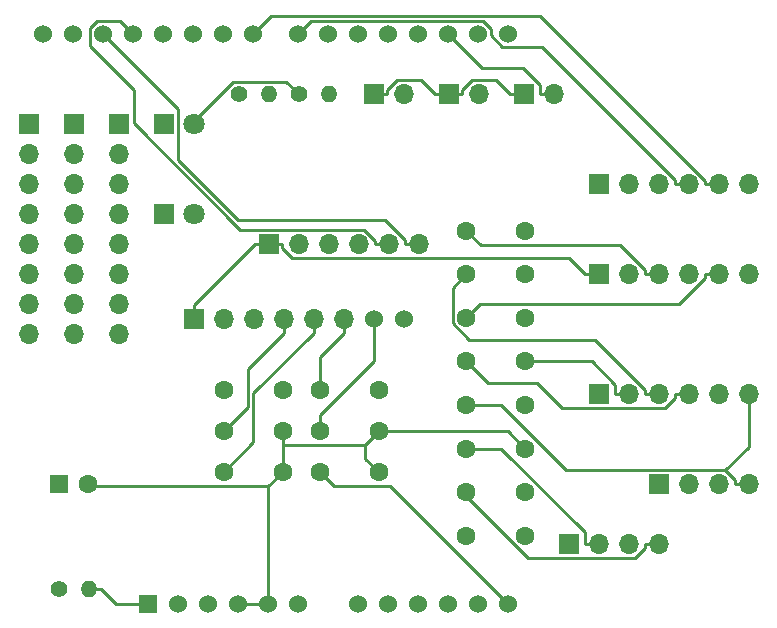
<source format=gbr>
G04 #@! TF.GenerationSoftware,KiCad,Pcbnew,(5.1.5-0-10_14)*
G04 #@! TF.CreationDate,2020-03-24T07:52:12+10:00*
G04 #@! TF.ProjectId,Arduino_NW_Template,41726475-696e-46f5-9f4e-575f54656d70,rev?*
G04 #@! TF.SameCoordinates,Original*
G04 #@! TF.FileFunction,Copper,L1,Top*
G04 #@! TF.FilePolarity,Positive*
%FSLAX46Y46*%
G04 Gerber Fmt 4.6, Leading zero omitted, Abs format (unit mm)*
G04 Created by KiCad (PCBNEW (5.1.5-0-10_14)) date 2020-03-24 07:52:12*
%MOMM*%
%LPD*%
G04 APERTURE LIST*
%ADD10C,1.400000*%
%ADD11O,1.400000X1.400000*%
%ADD12R,1.700000X1.700000*%
%ADD13O,1.700000X1.700000*%
%ADD14C,1.524000*%
%ADD15C,1.800000*%
%ADD16R,1.800000X1.800000*%
%ADD17C,1.600000*%
%ADD18R,1.600000X1.600000*%
%ADD19R,1.524000X1.524000*%
%ADD20C,0.250000*%
G04 APERTURE END LIST*
D10*
X123810000Y-70866000D03*
D11*
X126350000Y-70866000D03*
D10*
X118730000Y-70866000D03*
D11*
X121270000Y-70866000D03*
D12*
X149210000Y-96266000D03*
D13*
X151750000Y-96266000D03*
X154290000Y-96266000D03*
X156830000Y-96266000D03*
X159370000Y-96266000D03*
X161910000Y-96266000D03*
D12*
X149210000Y-86106000D03*
D13*
X151750000Y-86106000D03*
X154290000Y-86106000D03*
X156830000Y-86106000D03*
X159370000Y-86106000D03*
X161910000Y-86106000D03*
X161910000Y-103886000D03*
X159370000Y-103886000D03*
X156830000Y-103886000D03*
D12*
X154290000Y-103886000D03*
D14*
X132700000Y-89916000D03*
X130160000Y-89916000D03*
D12*
X114920000Y-89916000D03*
D13*
X117460000Y-89916000D03*
X120000000Y-89916000D03*
X122540000Y-89916000D03*
X125080000Y-89916000D03*
X127620000Y-89916000D03*
X154290000Y-108966000D03*
X151750000Y-108966000D03*
X149210000Y-108966000D03*
D12*
X146670000Y-108966000D03*
D13*
X108570000Y-91186000D03*
X108570000Y-88646000D03*
X108570000Y-86106000D03*
X108570000Y-83566000D03*
X108570000Y-81026000D03*
X108570000Y-78486000D03*
X108570000Y-75946000D03*
D12*
X108570000Y-73406000D03*
D13*
X104760000Y-91186000D03*
X104760000Y-88646000D03*
X104760000Y-86106000D03*
X104760000Y-83566000D03*
X104760000Y-81026000D03*
X104760000Y-78486000D03*
X104760000Y-75946000D03*
D12*
X104760000Y-73406000D03*
D13*
X100950000Y-91186000D03*
X100950000Y-88646000D03*
X100950000Y-86106000D03*
X100950000Y-83566000D03*
X100950000Y-81026000D03*
X100950000Y-78486000D03*
X100950000Y-75946000D03*
D12*
X100950000Y-73406000D03*
X121270000Y-83566000D03*
D13*
X123810000Y-83566000D03*
X126350000Y-83566000D03*
X128890000Y-83566000D03*
X131430000Y-83566000D03*
X133970000Y-83566000D03*
X139050000Y-70866000D03*
D12*
X136510000Y-70866000D03*
D13*
X132700000Y-70866000D03*
D12*
X130160000Y-70866000D03*
D13*
X145400000Y-70866000D03*
D12*
X142860000Y-70866000D03*
D15*
X114920000Y-81026000D03*
D16*
X112380000Y-81026000D03*
D15*
X114920000Y-73406000D03*
D16*
X112380000Y-73406000D03*
D17*
X143020000Y-97188900D03*
X138020000Y-97188900D03*
X143020000Y-108246000D03*
X138020000Y-108246000D03*
X143020000Y-104560000D03*
X138020000Y-104560000D03*
X143020000Y-93503100D03*
X138020000Y-93503100D03*
X143020000Y-89817400D03*
X138020000Y-89817400D03*
X143020000Y-86131700D03*
X138020000Y-86131700D03*
X143020000Y-100875000D03*
X138020000Y-100875000D03*
X143020000Y-82446000D03*
X138020000Y-82446000D03*
X130610000Y-102856000D03*
X125610000Y-102856000D03*
X130610000Y-99406000D03*
X125610000Y-99406000D03*
X130610000Y-95956000D03*
X125610000Y-95956000D03*
X122460000Y-102856000D03*
X117460000Y-102856000D03*
X122460000Y-99406000D03*
X117460000Y-99406000D03*
X122460000Y-95956000D03*
X117460000Y-95956000D03*
D12*
X149210000Y-78486000D03*
D13*
X151750000Y-78486000D03*
X154290000Y-78486000D03*
X156830000Y-78486000D03*
X159370000Y-78486000D03*
X161910000Y-78486000D03*
D10*
X103490000Y-112776000D03*
D11*
X106030000Y-112776000D03*
D18*
X103490000Y-103886000D03*
D17*
X105990000Y-103886000D03*
D14*
X102177000Y-65782000D03*
X104717000Y-65782000D03*
X107257000Y-65782000D03*
X109797000Y-65782000D03*
X112337000Y-65782000D03*
X114877000Y-65782000D03*
X117417000Y-65782000D03*
X119957000Y-65782000D03*
X123767000Y-65782000D03*
X126307000Y-65782000D03*
X128847000Y-65782000D03*
X131387000Y-65782000D03*
X133927000Y-65782000D03*
X136467000Y-65782000D03*
X139007000Y-65782000D03*
X141547000Y-65782000D03*
X141547000Y-114042000D03*
X139007000Y-114042000D03*
X136467000Y-114042000D03*
X133927000Y-114042000D03*
X131387000Y-114042000D03*
X128847000Y-114042000D03*
X123767000Y-114042000D03*
X121227000Y-114042000D03*
X118687000Y-114042000D03*
X116147000Y-114042000D03*
X113607000Y-114042000D03*
D19*
X111067000Y-114042000D03*
D20*
X121227000Y-104089000D02*
X122460000Y-102856000D01*
X121227000Y-114042000D02*
X121227000Y-104089000D01*
X121227000Y-104089000D02*
X106193000Y-104089000D01*
X106193000Y-104089000D02*
X105990000Y-103886000D01*
X121227000Y-114042000D02*
X118687000Y-114042000D01*
X129478000Y-100538000D02*
X130610000Y-99406000D01*
X122460000Y-100538000D02*
X129478000Y-100538000D01*
X129478000Y-100538000D02*
X129478000Y-101724000D01*
X129478000Y-101724000D02*
X130610000Y-102856000D01*
X122460000Y-100538000D02*
X122460000Y-102856000D01*
X143020000Y-93503100D02*
X148619800Y-93503100D01*
X148619800Y-93503100D02*
X150574700Y-95458000D01*
X150574700Y-95458000D02*
X150574700Y-96266000D01*
X136510000Y-70866000D02*
X135334700Y-70866000D01*
X130160000Y-70866000D02*
X131335300Y-70866000D01*
X131335300Y-70866000D02*
X131335300Y-70498700D01*
X131335300Y-70498700D02*
X132143300Y-69690700D01*
X132143300Y-69690700D02*
X134159400Y-69690700D01*
X134159400Y-69690700D02*
X135334700Y-70866000D01*
X136510000Y-70866000D02*
X137685300Y-70866000D01*
X142860000Y-70866000D02*
X141684700Y-70866000D01*
X141684700Y-70866000D02*
X140509400Y-69690700D01*
X140509400Y-69690700D02*
X138493200Y-69690700D01*
X138493200Y-69690700D02*
X137685300Y-70498600D01*
X137685300Y-70498600D02*
X137685300Y-70866000D01*
X151750000Y-96266000D02*
X150574700Y-96266000D01*
X130610000Y-99406000D02*
X141551000Y-99406000D01*
X141551000Y-99406000D02*
X143020000Y-100875000D01*
X122460000Y-99406000D02*
X122460000Y-100538000D01*
X121270000Y-83566000D02*
X122445300Y-83566000D01*
X149210000Y-86106000D02*
X148034700Y-86106000D01*
X148034700Y-86106000D02*
X146670000Y-84741300D01*
X146670000Y-84741300D02*
X123253200Y-84741300D01*
X123253200Y-84741300D02*
X122445300Y-83933400D01*
X122445300Y-83933400D02*
X122445300Y-83566000D01*
X121270000Y-83566000D02*
X120094700Y-83566000D01*
X114920000Y-89916000D02*
X114920000Y-88740700D01*
X114920000Y-88740700D02*
X120094700Y-83566000D01*
X122540000Y-89916000D02*
X122540000Y-91091300D01*
X122540000Y-91091300D02*
X119509700Y-94121600D01*
X119509700Y-94121600D02*
X119509700Y-97356300D01*
X119509700Y-97356300D02*
X117460000Y-99406000D01*
X125080000Y-89916000D02*
X125080000Y-91091300D01*
X117460000Y-102856000D02*
X119960100Y-100355900D01*
X119960100Y-100355900D02*
X119960100Y-96211200D01*
X119960100Y-96211200D02*
X125080000Y-91091300D01*
X127620000Y-89916000D02*
X127620000Y-91091300D01*
X127620000Y-91091300D02*
X125610000Y-93101300D01*
X125610000Y-93101300D02*
X125610000Y-95956000D01*
X125610000Y-99406000D02*
X125610000Y-98016000D01*
X125610000Y-98016000D02*
X130160000Y-93466000D01*
X130160000Y-93466000D02*
X130160000Y-89916000D01*
X141547000Y-114042000D02*
X131592100Y-104087100D01*
X131592100Y-104087100D02*
X126841100Y-104087100D01*
X126841100Y-104087100D02*
X125610000Y-102856000D01*
X154290000Y-86106000D02*
X153114700Y-86106000D01*
X138020000Y-82446000D02*
X139234600Y-83660600D01*
X139234600Y-83660600D02*
X151036600Y-83660600D01*
X151036600Y-83660600D02*
X153114700Y-85738700D01*
X153114700Y-85738700D02*
X153114700Y-86106000D01*
X149210000Y-108966000D02*
X148034700Y-108966000D01*
X138020000Y-100875000D02*
X140972100Y-100875000D01*
X140972100Y-100875000D02*
X148034700Y-107937600D01*
X148034700Y-107937600D02*
X148034700Y-108966000D01*
X154290000Y-96266000D02*
X153114700Y-96266000D01*
X138020000Y-86131700D02*
X136864400Y-87287300D01*
X136864400Y-87287300D02*
X136864400Y-90255500D01*
X136864400Y-90255500D02*
X138269200Y-91660300D01*
X138269200Y-91660300D02*
X148876300Y-91660300D01*
X148876300Y-91660300D02*
X153114700Y-95898700D01*
X153114700Y-95898700D02*
X153114700Y-96266000D01*
X159370000Y-86106000D02*
X158194700Y-86106000D01*
X138020000Y-89817400D02*
X139211200Y-88626200D01*
X139211200Y-88626200D02*
X156041800Y-88626200D01*
X156041800Y-88626200D02*
X158194700Y-86473300D01*
X158194700Y-86473300D02*
X158194700Y-86106000D01*
X156830000Y-96266000D02*
X155654700Y-96266000D01*
X138020000Y-93503100D02*
X139862900Y-95346000D01*
X139862900Y-95346000D02*
X143994700Y-95346000D01*
X143994700Y-95346000D02*
X146090000Y-97441300D01*
X146090000Y-97441300D02*
X154846800Y-97441300D01*
X154846800Y-97441300D02*
X155654700Y-96633400D01*
X155654700Y-96633400D02*
X155654700Y-96266000D01*
X154290000Y-108966000D02*
X153114700Y-108966000D01*
X138020000Y-104560000D02*
X138020000Y-104914200D01*
X138020000Y-104914200D02*
X143247100Y-110141300D01*
X143247100Y-110141300D02*
X152306800Y-110141300D01*
X152306800Y-110141300D02*
X153114700Y-109333400D01*
X153114700Y-109333400D02*
X153114700Y-108966000D01*
X159926800Y-102710700D02*
X160734700Y-103518600D01*
X160734700Y-103518600D02*
X160734700Y-103886000D01*
X138020000Y-97188900D02*
X140925500Y-97188900D01*
X140925500Y-97188900D02*
X146447300Y-102710700D01*
X146447300Y-102710700D02*
X159926800Y-102710700D01*
X159926800Y-102710700D02*
X161910000Y-100727500D01*
X161910000Y-100727500D02*
X161910000Y-96266000D01*
X161910000Y-103886000D02*
X160734700Y-103886000D01*
X114920000Y-73406000D02*
X114920000Y-73186300D01*
X114920000Y-73186300D02*
X118273700Y-69832600D01*
X118273700Y-69832600D02*
X122776600Y-69832600D01*
X122776600Y-69832600D02*
X123810000Y-70866000D01*
X145400000Y-70866000D02*
X144224700Y-70866000D01*
X136467000Y-65782000D02*
X139354100Y-68669100D01*
X139354100Y-68669100D02*
X142835800Y-68669100D01*
X142835800Y-68669100D02*
X144224700Y-70058000D01*
X144224700Y-70058000D02*
X144224700Y-70866000D01*
X155654700Y-78486000D02*
X155654700Y-78118700D01*
X155654700Y-78118700D02*
X144405300Y-66869300D01*
X144405300Y-66869300D02*
X141068900Y-66869300D01*
X141068900Y-66869300D02*
X140094300Y-65894700D01*
X140094300Y-65894700D02*
X140094300Y-65331500D01*
X140094300Y-65331500D02*
X139457400Y-64694600D01*
X139457400Y-64694600D02*
X124854400Y-64694600D01*
X124854400Y-64694600D02*
X123767000Y-65782000D01*
X156830000Y-78486000D02*
X155654700Y-78486000D01*
X159370000Y-78486000D02*
X158194700Y-78486000D01*
X119957000Y-65782000D02*
X121497800Y-64241200D01*
X121497800Y-64241200D02*
X144247500Y-64241200D01*
X144247500Y-64241200D02*
X158194700Y-78188400D01*
X158194700Y-78188400D02*
X158194700Y-78486000D01*
X131430000Y-83566000D02*
X130254700Y-83566000D01*
X109797000Y-65782000D02*
X108707200Y-64692200D01*
X108707200Y-64692200D02*
X106772800Y-64692200D01*
X106772800Y-64692200D02*
X106162200Y-65302800D01*
X106162200Y-65302800D02*
X106162200Y-66826400D01*
X106162200Y-66826400D02*
X109835900Y-70500100D01*
X109835900Y-70500100D02*
X109835900Y-73311700D01*
X109835900Y-73311700D02*
X118874600Y-82350400D01*
X118874600Y-82350400D02*
X129336700Y-82350400D01*
X129336700Y-82350400D02*
X130254700Y-83268400D01*
X130254700Y-83268400D02*
X130254700Y-83566000D01*
X133970000Y-83566000D02*
X132794700Y-83566000D01*
X107257000Y-65782000D02*
X113605400Y-72130400D01*
X113605400Y-72130400D02*
X113605400Y-76435500D01*
X113605400Y-76435500D02*
X118684100Y-81514200D01*
X118684100Y-81514200D02*
X131110200Y-81514200D01*
X131110200Y-81514200D02*
X132794700Y-83198700D01*
X132794700Y-83198700D02*
X132794700Y-83566000D01*
X106030000Y-112776000D02*
X107055300Y-112776000D01*
X111067000Y-114042000D02*
X108321300Y-114042000D01*
X108321300Y-114042000D02*
X107055300Y-112776000D01*
M02*

</source>
